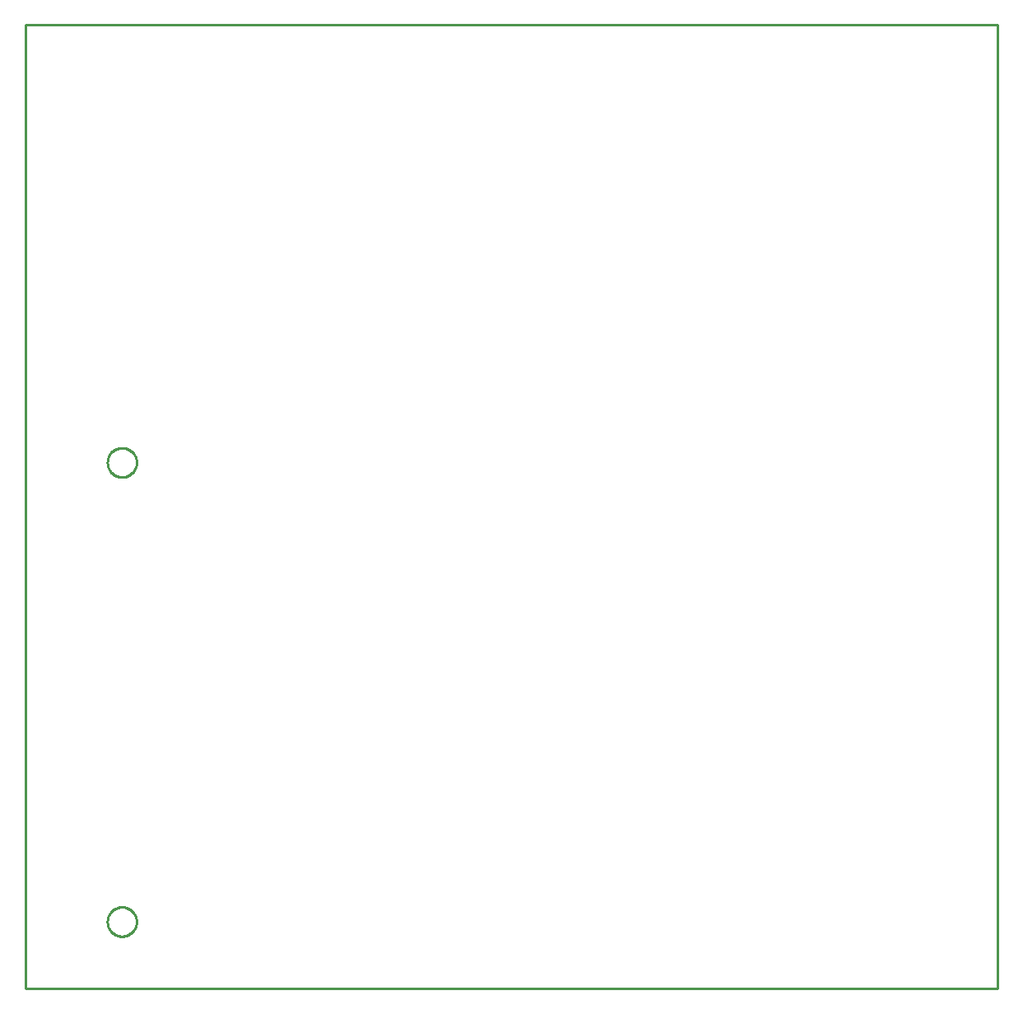
<source format=gbr>
G04 EAGLE Gerber X2 export*
G75*
%MOMM*%
%FSLAX34Y34*%
%LPD*%
%AMOC8*
5,1,8,0,0,1.08239X$1,22.5*%
G01*
%ADD10C,0.254000*%


D10*
X0Y12700D02*
X1000000Y12700D01*
X1000000Y1003200D01*
X0Y1003200D01*
X0Y12700D01*
X98564Y66500D02*
X97496Y66576D01*
X96435Y66729D01*
X95388Y66957D01*
X94360Y67259D01*
X93356Y67633D01*
X92381Y68078D01*
X91441Y68592D01*
X90540Y69171D01*
X89682Y69813D01*
X88872Y70515D01*
X88115Y71272D01*
X87413Y72082D01*
X86771Y72940D01*
X86192Y73841D01*
X85678Y74781D01*
X85233Y75756D01*
X84859Y76760D01*
X84557Y77788D01*
X84329Y78835D01*
X84176Y79896D01*
X84100Y80964D01*
X84100Y82036D01*
X84176Y83104D01*
X84329Y84165D01*
X84557Y85212D01*
X84859Y86240D01*
X85233Y87244D01*
X85678Y88219D01*
X86192Y89159D01*
X86771Y90060D01*
X87413Y90918D01*
X88115Y91728D01*
X88872Y92485D01*
X89682Y93187D01*
X90540Y93829D01*
X91441Y94408D01*
X92381Y94922D01*
X93356Y95367D01*
X94360Y95741D01*
X95388Y96043D01*
X96435Y96271D01*
X97496Y96424D01*
X98564Y96500D01*
X99636Y96500D01*
X100704Y96424D01*
X101765Y96271D01*
X102812Y96043D01*
X103840Y95741D01*
X104844Y95367D01*
X105819Y94922D01*
X106759Y94408D01*
X107660Y93829D01*
X108518Y93187D01*
X109328Y92485D01*
X110085Y91728D01*
X110787Y90918D01*
X111429Y90060D01*
X112008Y89159D01*
X112522Y88219D01*
X112967Y87244D01*
X113341Y86240D01*
X113643Y85212D01*
X113871Y84165D01*
X114024Y83104D01*
X114100Y82036D01*
X114100Y80964D01*
X114024Y79896D01*
X113871Y78835D01*
X113643Y77788D01*
X113341Y76760D01*
X112967Y75756D01*
X112522Y74781D01*
X112008Y73841D01*
X111429Y72940D01*
X110787Y72082D01*
X110085Y71272D01*
X109328Y70515D01*
X108518Y69813D01*
X107660Y69171D01*
X106759Y68592D01*
X105819Y68078D01*
X104844Y67633D01*
X103840Y67259D01*
X102812Y66957D01*
X101765Y66729D01*
X100704Y66576D01*
X99636Y66500D01*
X98564Y66500D01*
X98564Y538500D02*
X97496Y538576D01*
X96435Y538729D01*
X95388Y538957D01*
X94360Y539259D01*
X93356Y539633D01*
X92381Y540078D01*
X91441Y540592D01*
X90540Y541171D01*
X89682Y541813D01*
X88872Y542515D01*
X88115Y543272D01*
X87413Y544082D01*
X86771Y544940D01*
X86192Y545841D01*
X85678Y546781D01*
X85233Y547756D01*
X84859Y548760D01*
X84557Y549788D01*
X84329Y550835D01*
X84176Y551896D01*
X84100Y552964D01*
X84100Y554036D01*
X84176Y555104D01*
X84329Y556165D01*
X84557Y557212D01*
X84859Y558240D01*
X85233Y559244D01*
X85678Y560219D01*
X86192Y561159D01*
X86771Y562060D01*
X87413Y562918D01*
X88115Y563728D01*
X88872Y564485D01*
X89682Y565187D01*
X90540Y565829D01*
X91441Y566408D01*
X92381Y566922D01*
X93356Y567367D01*
X94360Y567741D01*
X95388Y568043D01*
X96435Y568271D01*
X97496Y568424D01*
X98564Y568500D01*
X99636Y568500D01*
X100704Y568424D01*
X101765Y568271D01*
X102812Y568043D01*
X103840Y567741D01*
X104844Y567367D01*
X105819Y566922D01*
X106759Y566408D01*
X107660Y565829D01*
X108518Y565187D01*
X109328Y564485D01*
X110085Y563728D01*
X110787Y562918D01*
X111429Y562060D01*
X112008Y561159D01*
X112522Y560219D01*
X112967Y559244D01*
X113341Y558240D01*
X113643Y557212D01*
X113871Y556165D01*
X114024Y555104D01*
X114100Y554036D01*
X114100Y552964D01*
X114024Y551896D01*
X113871Y550835D01*
X113643Y549788D01*
X113341Y548760D01*
X112967Y547756D01*
X112522Y546781D01*
X112008Y545841D01*
X111429Y544940D01*
X110787Y544082D01*
X110085Y543272D01*
X109328Y542515D01*
X108518Y541813D01*
X107660Y541171D01*
X106759Y540592D01*
X105819Y540078D01*
X104844Y539633D01*
X103840Y539259D01*
X102812Y538957D01*
X101765Y538729D01*
X100704Y538576D01*
X99636Y538500D01*
X98564Y538500D01*
M02*

</source>
